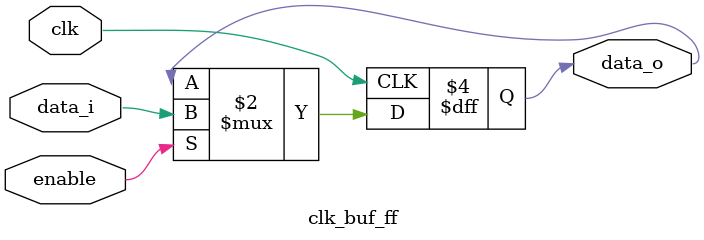
<source format=v>
module clk_buf_ff(
    input  wire data_i,
    input wire clk,
    input  wire enable,
    output reg data_o
);
    always @(posedge clk) begin
        if(enable)data_o <= data_i;
    end

endmodule
</source>
